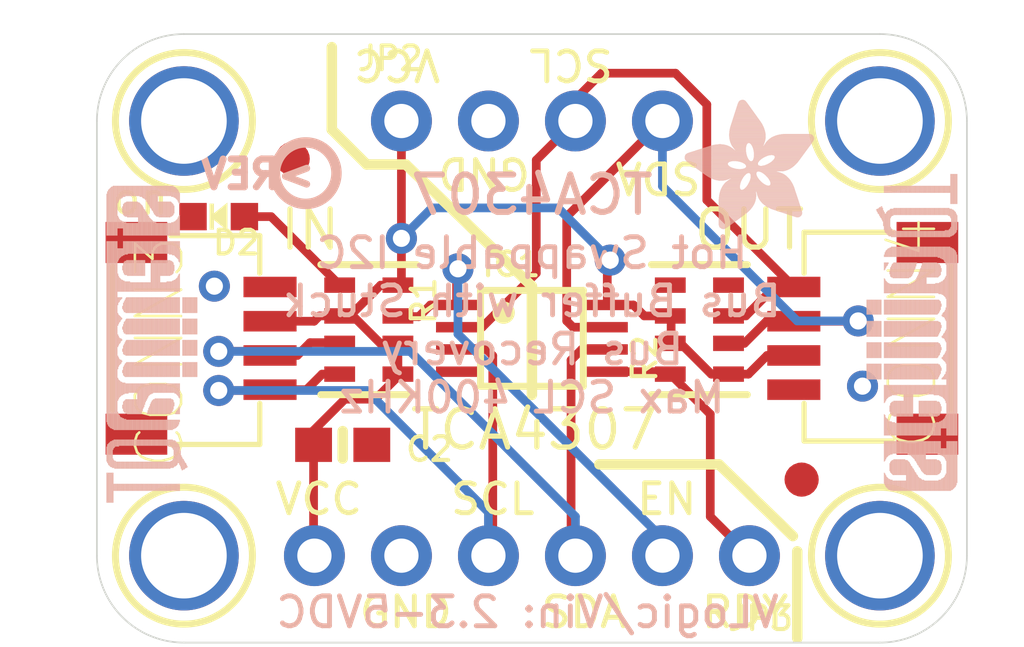
<source format=kicad_pcb>
(kicad_pcb (version 20211014) (generator pcbnew)
  (layers (0 "F.Cu" signal) (31 "B.Cu" signal) (34 "B.Paste" user) (35 "F.Paste" user) (36 "B.SilkS" user "B.Silkscreen") (37 "F.SilkS" user "F.Silkscreen") (38 "B.Mask" user) (39 "F.Mask" user) (44 "Edge.Cuts" user))
  (net 0 "")
  (net 1 "N$1")
  (net 2 "VCC")
  (net 3 "GND")
  (net 4 "SDA_IN")
  (net 5 "SCL_IN")
  (net 6 "SDA_OUT")
  (net 7 "SCL_OUT")
  (net 8 "READY")
  (net 9 "EN")
  (footprint "boardEagle:1X06_ROUND_70" (layer "F.Cu") (at 148.5011 111.3536 180)
    (fp_text reference "JP3" (at -7.6962 -1.8288) (layer "F.SilkS") (effects (font (size 0.692831 0.692831) (thickness 0.119969)) (justify right)))
    (fp_text value "")
    (pad "1" thru_hole circle (at -6.35 0 270) (size 1.778 1.778) (drill 1) (layers *.Cu *.Mask) (net 8 "READY"))
    (pad "2" thru_hole circle (at -3.81 0 270) (size 1.778 1.778) (drill 1) (layers *.Cu *.Mask) (net 9 "EN"))
    (pad "3" thru_hole circle (at -1.27 0 270) (size 1.778 1.778) (drill 1) (layers *.Cu *.Mask) (net 4 "SDA_IN"))
    (pad "4" thru_hole circle (at 1.27 0 270) (size 1.778 1.778) (drill 1) (layers *.Cu *.Mask) (net 5 "SCL_IN"))
    (pad "5" thru_hole circle (at 3.81 0 270) (size 1.778 1.778) (drill 1) (layers *.Cu *.Mask) (net 3 "GND"))
    (pad "6" thru_hole circle (at 6.35 0 270) (size 1.778 1.778) (drill 1) (layers *.Cu *.Mask) (net 2 "VCC"))
  )
  (footprint "boardEagle:0603-NO" (layer "F.Cu") (at 142.9766 108.1151)
    (fp_text reference "C2" (at 1.778 0.127) (layer "F.SilkS") (effects (font (size 0.692831 0.692831) (thickness 0.119969)) (justify left)))
    (fp_text value "0.1uF")
    (pad "1" smd rect (at -0.85 0) (size 1.075 1) (layers "F.Cu" "F.Paste" "F.Mask") (net 2 "VCC"))
    (pad "2" smd rect (at 0.85 0) (size 1.075 1) (layers "F.Cu" "F.Paste" "F.Mask") (net 3 "GND"))
  )
  (footprint "boardEagle:MOUNTINGHOLE_2.5_PLATED" (layer "F.Cu") (at 158.6611 98.6536)
    (fp_text reference "U$17" hide)
    (fp_text value "MOUNTINGHOLE2.5" hide)
    (pad "P$1" thru_hole circle (at 0 0) (size 3.2 3.2) (drill 2.5) (layers *.Cu *.Mask))
  )
  (footprint "boardEagle:JST_SH4" (layer "F.Cu") (at 158.6611 105.0036 90)
    (fp_text reference "CONN4" (at -3.33 0.958 90) (layer "F.SilkS") (effects (font (size 1.347622 1.347622) (thickness 0.074778)) (justify left)))
    (fp_text value "STEMMA_I2C_QT" hide)
    (pad "1" smd rect (at -1.5 -2.514 180) (size 1.55 0.6) (layers "F.Cu" "F.Paste" "F.Mask") (net 3 "GND"))
    (pad "2" smd rect (at -0.5 -2.514 180) (size 1.55 0.6) (layers "F.Cu" "F.Paste" "F.Mask") (net 2 "VCC"))
    (pad "3" smd rect (at 0.5 -2.514 180) (size 1.55 0.6) (layers "F.Cu" "F.Paste" "F.Mask") (net 6 "SDA_OUT"))
    (pad "4" smd rect (at 1.5 -2.514 180) (size 1.55 0.6) (layers "F.Cu" "F.Paste" "F.Mask") (net 7 "SCL_OUT"))
    (pad "MT1" smd rect (at -2.8 1.386 180) (size 1.8 1.2) (layers "F.Cu" "F.Paste" "F.Mask"))
    (pad "MT2" smd rect (at 2.8 1.386 180) (size 1.8 1.2) (layers "F.Cu" "F.Paste" "F.Mask"))
  )
  (footprint "boardEagle:MOUNTINGHOLE_2.5_PLATED" (layer "F.Cu") (at 138.3411 111.3536)
    (fp_text reference "U$19" hide)
    (fp_text value "MOUNTINGHOLE2.5" hide)
    (pad "P$1" thru_hole circle (at 0 0) (size 3.2 3.2) (drill 2.5) (layers *.Cu *.Mask))
  )
  (footprint "boardEagle:MOUNTINGHOLE_2.5_PLATED" (layer "F.Cu") (at 138.3411 98.6536)
    (fp_text reference "U$1" hide)
    (fp_text value "MOUNTINGHOLE2.5" hide)
    (pad "P$1" thru_hole circle (at 0 0) (size 3.2 3.2) (drill 2.5) (layers *.Cu *.Mask))
  )
  (footprint "boardEagle:FIDUCIAL_1MM" (layer "F.Cu") (at 156.3751 109.1311)
    (fp_text reference "FID3" hide)
    (fp_text value "FIDUCIAL_1MM" hide)
    (pad "1" smd roundrect (at 0 0) (size 1 1) (layers "F.Cu" "F.Mask") (roundrect_rratio 0.5))
  )
  (footprint "boardEagle:JST_SH4" (layer "F.Cu") (at 138.3411 105.0036 -90)
    (fp_text reference "CONN3" (at -3.076 0.704 90) (layer "F.SilkS") (effects (font (size 1.347622 1.347622) (thickness 0.074778)) (justify right)))
    (fp_text value "STEMMA_I2C_QT" hide)
    (pad "1" smd rect (at -1.5 -2.514) (size 1.55 0.6) (layers "F.Cu" "F.Paste" "F.Mask") (net 3 "GND"))
    (pad "2" smd rect (at -0.5 -2.514) (size 1.55 0.6) (layers "F.Cu" "F.Paste" "F.Mask") (net 2 "VCC"))
    (pad "3" smd rect (at 0.5 -2.514) (size 1.55 0.6) (layers "F.Cu" "F.Paste" "F.Mask") (net 4 "SDA_IN"))
    (pad "4" smd rect (at 1.5 -2.514) (size 1.55 0.6) (layers "F.Cu" "F.Paste" "F.Mask") (net 5 "SCL_IN"))
    (pad "MT1" smd rect (at -2.8 1.386) (size 1.8 1.2) (layers "F.Cu" "F.Paste" "F.Mask"))
    (pad "MT2" smd rect (at 2.8 1.386) (size 1.8 1.2) (layers "F.Cu" "F.Paste" "F.Mask"))
  )
  (footprint "boardEagle:TSSOP8" (layer "F.Cu") (at 148.5011 105.0036)
    (fp_text reference "IC1" (at -1.524 -2.159) (layer "F.SilkS") (effects (font (size 0.692831 0.692831) (thickness 0.119969)) (justify left)))
    (fp_text value "TCA4307")
    (pad "1" smd rect (at -2.2 -0.975) (size 1.2 0.3048) (layers "F.Cu" "F.Mask") (net 9 "EN"))
    (pad "2" smd rect (at -2.2 -0.325) (size 1.2 0.3048) (layers "F.Cu" "F.Mask") (net 7 "SCL_OUT"))
    (pad "3" smd rect (at -2.2 0.325) (size 1.2 0.3048) (layers "F.Cu" "F.Mask") (net 5 "SCL_IN"))
    (pad "4" smd rect (at -2.2 0.975) (size 1.2 0.3048) (layers "F.Cu" "F.Mask") (net 3 "GND"))
    (pad "5" smd rect (at 2.2 0.975) (size 1.2 0.3048) (layers "F.Cu" "F.Mask") (net 8 "READY"))
    (pad "6" smd rect (at 2.2 0.325) (size 1.2 0.3048) (layers "F.Cu" "F.Mask") (net 4 "SDA_IN"))
    (pad "7" smd rect (at 2.2 -0.325) (size 1.2 0.3048) (layers "F.Cu" "F.Mask") (net 6 "SDA_OUT"))
    (pad "8" smd rect (at 2.2 -0.975) (size 1.2 0.3048) (layers "F.Cu" "F.Mask") (net 2 "VCC"))
  )
  (footprint "boardEagle:RESPACK_4X0603" (layer "F.Cu") (at 143.7386 104.7496 -90)
    (fp_text reference "R1" (at -1.6 -1.6 90) (layer "F.SilkS") (effects (font (size 0.692831 0.692831) (thickness 0.119969)) (justify right)))
    (fp_text value "10K")
    (pad "1" smd rect (at -1.3 0.85 270) (size 0.45 0.9) (layers "F.Cu" "F.Paste" "F.Mask") (net 1 "N$1"))
    (pad "2" smd rect (at -0.4 0.85 270) (size 0.45 0.9) (layers "F.Cu" "F.Paste" "F.Mask") (net 2 "VCC"))
    (pad "3" smd rect (at 0.4 0.85 270) (size 0.45 0.9) (layers "F.Cu" "F.Paste" "F.Mask") (net 4 "SDA_IN"))
    (pad "4" smd rect (at 1.3 0.85 270) (size 0.45 0.9) (layers "F.Cu" "F.Paste" "F.Mask") (net 5 "SCL_IN"))
    (pad "5" smd rect (at 1.3 -0.85 270) (size 0.45 0.9) (layers "F.Cu" "F.Paste" "F.Mask") (net 2 "VCC"))
    (pad "6" smd rect (at 0.4 -0.85 270) (size 0.45 0.9) (layers "F.Cu" "F.Paste" "F.Mask") (net 2 "VCC"))
    (pad "7" smd rect (at -0.4 -0.85 270) (size 0.45 0.9) (layers "F.Cu" "F.Paste" "F.Mask") (net 9 "EN"))
    (pad "8" smd rect (at -1.3 -0.85 270) (size 0.45 0.9) (layers "F.Cu" "F.Paste" "F.Mask") (net 2 "VCC"))
  )
  (footprint "boardEagle:FIDUCIAL_1MM" (layer "F.Cu") (at 141.5161 99.7585)
    (fp_text reference "FID4" hide)
    (fp_text value "FIDUCIAL_1MM" hide)
    (pad "1" smd roundrect (at 0 0) (size 1 1) (layers "F.Cu" "F.Mask") (roundrect_rratio 0.5))
  )
  (footprint "boardEagle:CHIPLED_0603_NOOUTLINE" (layer "F.Cu") (at 139.3571 101.4476 90)
    (fp_text reference "D2" (at -0.762 1.27) (layer "F.SilkS") (effects (font (size 0.692831 0.692831) (thickness 0.119969)) (justify right)))
    (fp_text value "GREEN")
    (pad "A" smd rect (at 0 0.75 90) (size 0.8 0.8) (layers "F.Cu" "F.Paste" "F.Mask") (net 1 "N$1"))
    (pad "C" smd rect (at 0 -0.75 90) (size 0.8 0.8) (layers "F.Cu" "F.Paste" "F.Mask") (net 3 "GND"))
  )
  (footprint "boardEagle:RESPACK_4X0603" (layer "F.Cu") (at 153.3906 104.7496 90)
    (fp_text reference "R2" (at -1.6 -1.6 90) (layer "F.SilkS") (effects (font (size 0.692831 0.692831) (thickness 0.119969)) (justify left)))
    (fp_text value "10K")
    (pad "1" smd rect (at -1.3 0.85 90) (size 0.45 0.9) (layers "F.Cu" "F.Paste" "F.Mask") (net 2 "VCC"))
    (pad "2" smd rect (at -0.4 0.85 90) (size 0.45 0.9) (layers "F.Cu" "F.Paste" "F.Mask") (net 6 "SDA_OUT"))
    (pad "3" smd rect (at 0.4 0.85 90) (size 0.45 0.9) (layers "F.Cu" "F.Paste" "F.Mask") (net 7 "SCL_OUT"))
    (pad "4" smd rect (at 1.3 0.85 90) (size 0.45 0.9) (layers "F.Cu" "F.Paste" "F.Mask"))
    (pad "5" smd rect (at 1.3 -0.85 90) (size 0.45 0.9) (layers "F.Cu" "F.Paste" "F.Mask"))
    (pad "6" smd rect (at 0.4 -0.85 90) (size 0.45 0.9) (layers "F.Cu" "F.Paste" "F.Mask") (net 2 "VCC"))
    (pad "7" smd rect (at -0.4 -0.85 90) (size 0.45 0.9) (layers "F.Cu" "F.Paste" "F.Mask") (net 2 "VCC"))
    (pad "8" smd rect (at -1.3 -0.85 90) (size 0.45 0.9) (layers "F.Cu" "F.Paste" "F.Mask") (net 8 "READY"))
  )
  (footprint "boardEagle:1X04_ROUND" (layer "F.Cu") (at 148.5011 98.6536)
    (fp_text reference "JP2" (at -5.1562 -1.8288) (layer "F.SilkS") (effects (font (size 0.692831 0.692831) (thickness 0.119969)) (justify left)))
    (fp_text value "")
    (pad "1" thru_hole circle (at -3.81 0 90) (size 1.778 1.778) (drill 1) (layers *.Cu *.Mask) (net 2 "VCC"))
    (pad "2" thru_hole circle (at -1.27 0 90) (size 1.778 1.778) (drill 1) (layers *.Cu *.Mask) (net 3 "GND"))
    (pad "3" thru_hole circle (at 1.27 0 90) (size 1.778 1.778) (drill 1) (layers *.Cu *.Mask) (net 7 "SCL_OUT"))
    (pad "4" thru_hole circle (at 3.81 0 90) (size 1.778 1.778) (drill 1) (layers *.Cu *.Mask) (net 6 "SDA_OUT"))
  )
  (footprint "boardEagle:MOUNTINGHOLE_2.5_PLATED" (layer "F.Cu") (at 158.6611 111.3536)
    (fp_text reference "U$21" hide)
    (fp_text value "MOUNTINGHOLE2.5" hide)
    (pad "P$1" thru_hole circle (at 0 0) (size 3.2 3.2) (drill 2.5) (layers *.Cu *.Mask))
  )
  (footprint "boardEagle:STEMMAQT" (layer "B.Cu") (at 158.2801 109.4486 90)
    (fp_text reference "U$30" hide)
    (fp_text value "" hide)
  )
  (footprint "boardEagle:STEMMAQT" (layer "B.Cu") (at 138.7221 100.5586 -90)
    (fp_text reference "U$31" hide)
    (fp_text value "" hide)
  )
  (footprint "boardEagle:ADAFRUIT_3.5MM" (layer "B.Cu") (at 156.7561 101.8286 180)
    (fp_text reference "U$2" hide)
    (fp_text value "" hide)
  )
  (footprint "boardEagle:PCBFEAT-REV-040" (layer "B.Cu") (at 141.8971 100.1776 180)
    (fp_text reference "U$25" hide)
    (fp_text value "" hide)
    (fp_text user ">REV" (at -0.3556 -0.508) (layer "B.SilkS") (effects (font (size 0.8128 0.8128) (thickness 0.2032)) (justify left bottom mirror)))
  )
  (gr_line (start 142.6591 98.9076) (end 143.6751 99.9236) (layer "F.SilkS") (width 0.3048))
  (gr_line (start 142.6591 96.4946) (end 142.6591 98.9076) (layer "F.SilkS") (width 0.3048))
  (gr_line (start 150.4696 108.6866) (end 153.9621 108.6866) (layer "F.SilkS") (width 0.3048))
  (gr_line (start 153.9621 108.6866) (end 156.1211 110.7821) (layer "F.SilkS") (width 0.3048))
  (gr_line (start 143.6751 99.9236) (end 144.8181 99.9236) (layer "F.SilkS") (width 0.3048))
  (gr_line (start 148.5011 103.4796) (end 148.5011 106.6546) (layer "F.SilkS") (width 0.3048))
  (gr_line (start 156.2481 111.2266) (end 156.2481 113.7666) (layer "F.SilkS") (width 0.3048))
  (gr_line (start 144.8181 99.9236) (end 148.5011 103.4796) (layer "F.SilkS") (width 0.3048))
  (gr_line (start 138.3411 113.8936) (end 158.6611 113.8936) (layer "Edge.Cuts") (width 0.05))
  (gr_arc (start 158.6611 96.1136) (mid 160.457151 96.857549) (end 161.2011 98.6536) (layer "Edge.Cuts") (width 0.05))
  (gr_arc (start 161.2011 111.3536) (mid 160.457151 113.149651) (end 158.6611 113.8936) (layer "Edge.Cuts") (width 0.05))
  (gr_line (start 135.8011 98.6536) (end 135.8011 111.3536) (layer "Edge.Cuts") (width 0.05))
  (gr_arc (start 138.3411 113.8936) (mid 136.545049 113.149651) (end 135.8011 111.3536) (layer "Edge.Cuts") (width 0.05))
  (gr_arc (start 135.8011 98.6536) (mid 136.545049 96.857549) (end 138.3411 96.1136) (layer "Edge.Cuts") (width 0.05))
  (gr_line (start 161.2011 111.3536) (end 161.2011 98.6536) (layer "Edge.Cuts") (width 0.05))
  (gr_line (start 158.6611 96.1136) (end 138.3411 96.1136) (layer "Edge.Cuts") (width 0.05))
  (gr_text "TCA4307" (at 148.5011 100.8126) (layer "B.SilkS") (effects (font (size 1.0922 1.0922) (thickness 0.1778)) (justify mirror)))
  (gr_text "VLogic/Vin: 2.3-5VDC" (at 148.3741 113.0046) (layer "B.SilkS") (effects (font (size 0.87376 0.87376) (thickness 0.14224)) (justify mirror)))
  (gr_text "Hot Swappable I2C\nBus Buffer with Stuck\nBus Recovery\nMax SCL 400KHz" (at 148.5011 104.6226) (layer "B.SilkS") (effects (font (size 0.87376 0.87376) (thickness 0.14224)) (justify mirror)))
  (gr_text "SCL" (at 147.3581 109.7026) (layer "F.SilkS") (effects (font (size 0.87376 0.87376) (thickness 0.14224))))
  (gr_text "on" (at 136.1821 101.4476) (layer "F.SilkS") (effects (font (size 0.89408 0.89408) (thickness 0.12192)) (justify left bottom)))
  (gr_text "IN" (at 142.0241 101.8286) (layer "F.SilkS") (effects (font (size 1.1176 1.1176) (thickness 0.1524))))
  (gr_text "EN" (at 152.4381 109.7026) (layer "F.SilkS") (effects (font (size 0.87376 0.87376) (thickness 0.14224))))
  (gr_text "TCA4307" (at 148.5646 107.6706) (layer "F.SilkS") (effects (font (size 1.1176 1.1176) (thickness 0.1524))))
  (gr_text "GND" (at 144.8181 113.0046) (layer "F.SilkS") (effects (font (size 0.87376 0.87376) (thickness 0.14224))))
  (gr_text "SDA" (at 152.1841 100.3046 180) (layer "F.SilkS") (effects (font (size 0.87376 0.87376) (thickness 0.14224))))
  (gr_text "RDY" (at 154.7241 113.0046) (layer "F.SilkS") (effects (font (size 0.87376 0.87376) (thickness 0.14224))))
  (gr_text "SCL" (at 149.6441 97.0026 180) (layer "F.SilkS") (effects (font (size 0.87376 0.87376) (thickness 0.14224))))
  (gr_text "SDA" (at 150.0251 113.0046) (layer "F.SilkS") (effects (font (size 0.87376 0.87376) (thickness 0.14224))))
  (gr_text "VCC" (at 144.5641 97.0026 180) (layer "F.SilkS") (effects (font (size 0.87376 0.87376) (thickness 0.14224))))
  (gr_text "VCC" (at 142.2781 109.7026) (layer "F.SilkS") (effects (font (size 0.87376 0.87376) (thickness 0.14224))))
  (gr_text "OUT" (at 154.8511 101.8286) (layer "F.SilkS") (effects (font (size 1.1176 1.1176) (thickness 0.1524))))
  (gr_text "GND" (at 147.1041 100.1776 180) (layer "F.SilkS") (effects (font (size 0.87376 0.87376) (thickness 0.14224))))
  (segment (start 140.8866 101.4476) (end 142.8886 103.4496) (width 0.254) (layer "F.Cu") (net 1))
  (segment (start 140.1071 101.4476) (end 140.8866 101.4476) (width 0.254) (layer "F.Cu") (net 1))
  (segment (start 153.7381 106.0496) (end 154.2406 106.0496) (width 0.254) (layer "F.Cu") (net 2))
  (segment (start 140.8551 104.5036) (end 142.1431 104.5036) (width 0.254) (layer "F.Cu") (net 2))
  (segment (start 144.0751 105.1496) (end 144.5886 105.1496) (width 0.254) (layer "F.Cu") (net 2))
  (segment (start 142.1266 107.6951) (end 143.0401 106.7816) (width 0.254) (layer "F.Cu") (net 2))
  (segment (start 143.2751 104.3496) (end 144.0751 105.1496) (width 0.254) (layer "F.Cu") (net 2))
  (segment (start 142.1266 108.1151) (end 142.1266 107.6951) (width 0.254) (layer "F.Cu") (net 2))
  (segment (start 143.0401 106.7816) (end 143.9291 106.7816) (width 0.254) (layer "F.Cu") (net 2))
  (segment (start 143.9291 106.7816) (end 144.5886 106.1221) (width 0.254) (layer "F.Cu") (net 2))
  (segment (start 144.5886 103.4496) (end 144.0861 103.4496) (width 0.254) (layer "F.Cu") (net 2))
  (segment (start 144.0861 103.4496) (end 143.1861 104.3496) (width 0.254) (layer "F.Cu") (net 2))
  (segment (start 142.1431 104.5036) (end 142.2971 104.3496) (width 0.254) (layer "F.Cu") (net 2))
  (segment (start 143.1861 104.3496) (end 142.8886 104.3496) (width 0.254) (layer "F.Cu") (net 2))
  (segment (start 155.3671 105.5036) (end 156.1471 105.5036) (width 0.254) (layer "F.Cu") (net 2))
  (segment (start 144.5886 106.1221) (end 144.5886 106.0496) (width 0.254) (layer "F.Cu") (net 2))
  (segment (start 142.1266 108.1151) (end 142.1266 111.3291) (width 0.254) (layer "F.Cu") (net 2))
  (segment (start 144.5886 105.1496) (end 144.5886 106.0496) (width 0.254) (layer "F.Cu") (net 2))
  (segment (start 144.6911 103.3471) (end 144.5886 103.4496) (width 0.254) (layer "F.Cu") (net 2))
  (segment (start 144.6911 98.6536) (end 144.6911 102.0826) (width 0.254) (layer "F.Cu") (net 2))
  (segment (start 151.4631 104.0286) (end 151.7841 104.3496) (width 0.254) (layer "F.Cu") (net 2))
  (segment (start 150.7011 104.0286) (end 150.7011 102.8036) (width 0.254) (layer "F.Cu") (net 2))
  (segment (start 154.8211 106.0496) (end 155.3671 105.5036) (width 0.254) (layer "F.Cu") (net 2))
  (segment (start 152.5651 104.3741) (end 152.5651 105.1496) (width 0.254) (layer "F.Cu") (net 2))
  (segment (start 152.5406 104.3496) (end 152.5651 104.3741) (width 0.254) (layer "F.Cu") (net 2))
  (segment (start 150.7011 102.8036) (end 150.7871 102.7176) (width 0.254) (layer "F.Cu") (net 2))
  (segment (start 142.8886 104.3496) (end 143.2751 104.3496) (width 0.254) (layer "F.Cu") (net 2))
  (segment (start 152.5651 105.1496) (end 152.8381 105.1496) (width 0.254) (layer "F.Cu") (net 2))
  (segment (start 152.5406 105.1496) (end 152.5651 105.1496) (width 0.254) (layer "F.Cu") (net 2))
  (segment (start 142.1266 111.3291) (end 142.1511 111.3536) (width 0.254) (layer "F.Cu") (net 2))
  (segment (start 150.7011 104.0286) (end 151.4631 104.0286) (width 0.254) (layer "F.Cu") (net 2))
  (segment (start 152.8381 105.1496) (end 153.7381 106.0496) (width 0.254) (layer "F.Cu") (net 2))
  (segment (start 151.7841 104.3496) (end 152.5406 104.3496) (width 0.254) (layer "F.Cu") (net 2))
  (segment (start 142.2971 104.3496) (end 142.8886 104.3496) (width 0.254) (layer "F.Cu") (net 2))
  (segment (start 154.2406 106.0496) (end 154.8211 106.0496) (width 0.254) (layer "F.Cu") (net 2))
  (segment (start 144.6911 102.0826) (end 144.6911 103.3471) (width 0.254) (layer "F.Cu") (net 2))
  (via (at 150.7871 102.7176) (size 0.9064) (drill 0.5) (layers "F.Cu" "B.Cu") (net 2))
  (via (at 144.6911 102.0826) (size 0.9064) (drill 0.5) (layers "F.Cu" "B.Cu") (net 2))
  (segment (start 150.7871 102.7176) (end 149.2631 101.1936) (width 0.254) (layer "B.Cu") (net 2))
  (segment (start 145.5801 101.1936) (end 144.6911 102.0826) (width 0.254) (layer "B.Cu") (net 2))
  (segment (start 149.2631 101.1936) (end 145.5801 101.1936) (width 0.254) (layer "B.Cu") (net 2))
  (via (at 158.1531 106.4006) (size 0.9064) (drill 0.5) (layers "F.Cu" "B.Cu") (net 3))
  (via (at 139.2301 103.4796) (size 0.9064) (drill 0.5) (layers "F.Cu" "B.Cu") (net 3))
  (segment (start 142.8696 105.1306) (end 142.8886 105.1496) (width 0.254) (layer "F.Cu") (net 4))
  (segment (start 142.0241 105.1306) (end 142.8696 105.1306) (width 0.254) (layer "F.Cu") (net 4))
  (segment (start 150.7011 105.3286) (end 149.9541 105.3286) (width 0.254) (layer "F.Cu") (net 4))
  (segment (start 149.6441 105.6386) (end 149.6441 111.2266) (width 0.254) (layer "F.Cu") (net 4))
  (segment (start 140.8551 105.5036) (end 141.6511 105.5036) (width 0.254) (layer "F.Cu") (net 4))
  (segment (start 141.6511 105.5036) (end 142.0241 105.1306) (width 0.254) (layer "F.Cu") (net 4))
  (segment (start 140.7361 105.3846) (end 139.3571 105.3846) (width 0.254) (layer "F.Cu") (net 4))
  (segment (start 149.6441 111.2266) (end 149.7711 111.3536) (width 0.254) (layer "F.Cu") (net 4))
  (segment (start 149.9541 105.3286) (end 149.6441 105.6386) (width 0.254) (layer "F.Cu") (net 4))
  (segment (start 140.8551 105.5036) (end 140.7361 105.3846) (width 0.254) (layer "F.Cu") (net 4))
  (via (at 139.3571 105.3846) (size 0.9064) (drill 0.5) (layers "F.Cu" "B.Cu") (net 4))
  (segment (start 149.7711 110.2106) (end 149.7711 111.3536) (width 0.254) (layer "B.Cu") (net 4))
  (segment (start 144.9451 105.3846) (end 149.7711 110.2106) (width 0.254) (layer "B.Cu") (net 4))
  (segment (start 139.3571 105.3846) (end 144.9451 105.3846) (width 0.254) (layer "B.Cu") (net 4))
  (segment (start 147.3581 111.2266) (end 147.2311 111.3536) (width 0.254) (layer "F.Cu") (net 5))
  (segment (start 140.8551 106.5036) (end 140.8311 106.5276) (width 0.254) (layer "F.Cu") (net 5))
  (segment (start 146.3011 105.3286) (end 147.1751 105.3286) (width 0.254) (layer "F.Cu") (net 5))
  (segment (start 147.3581 105.5116) (end 147.3581 111.2266) (width 0.254) (layer "F.Cu") (net 5))
  (segment (start 140.8551 106.5036) (end 141.9211 106.5036) (width 0.254) (layer "F.Cu") (net 5))
  (segment (start 141.9211 106.5036) (end 142.3751 106.0496) (width 0.254) (layer "F.Cu") (net 5))
  (segment (start 142.3751 106.0496) (end 142.8886 106.0496) (width 0.254) (layer "F.Cu") (net 5))
  (segment (start 147.1751 105.3286) (end 147.3581 105.5116) (width 0.254) (layer "F.Cu") (net 5))
  (segment (start 140.8311 106.5276) (end 139.3571 106.5276) (width 0.254) (layer "F.Cu") (net 5))
  (via (at 139.3571 106.5276) (size 0.9064) (drill 0.5) (layers "F.Cu" "B.Cu") (net 5))
  (segment (start 139.3571 106.5276) (end 143.6751 106.5276) (width 0.254) (layer "B.Cu") (net 5))
  (segment (start 147.2311 110.0836) (end 147.2311 111.3536) (width 0.254) (layer "B.Cu") (net 5))
  (segment (start 143.6751 106.5276) (end 147.2311 110.0836) (width 0.254) (layer "B.Cu") (net 5))
  (segment (start 149.7001 104.6786) (end 149.5171 104.4956) (width 0.254) (layer "F.Cu") (net 6))
  (segment (start 156.1471 104.5036) (end 158.0181 104.5036) (width 0.254) (layer "F.Cu") (net 6))
  (segment (start 155.3591 104.4956) (end 156.1391 104.4956) (width 0.254) (layer "F.Cu") (net 6))
  (segment (start 149.5171 104.4956) (end 149.5171 101.4476) (width 0.254) (layer "F.Cu") (net 6))
  (segment (start 156.1391 104.4956) (end 156.1471 104.5036) (width 0.254) (layer "F.Cu") (net 6))
  (segment (start 154.7051 105.1496) (end 155.3591 104.4956) (width 0.254) (layer "F.Cu") (net 6))
  (segment (start 150.7011 104.6786) (end 149.7001 104.6786) (width 0.254) (layer "F.Cu") (net 6))
  (segment (start 149.5171 101.4476) (end 152.3111 98.6536) (width 0.254) (layer "F.Cu") (net 6))
  (segment (start 158.0181 104.5036) (end 158.0261 104.4956) (width 0.254) (layer "F.Cu") (net 6))
  (segment (start 154.2406 105.1496) (end 154.7051 105.1496) (width 0.254) (layer "F.Cu") (net 6))
  (via (at 158.0261 104.4956) (size 0.9064) (drill 0.5) (layers "F.Cu" "B.Cu") (net 6))
  (segment (start 158.0261 104.4956) (end 156.2481 104.4956) (width 0.254) (layer "B.Cu") (net 6))
  (segment (start 152.3111 100.5586) (end 152.3111 98.6536) (width 0.254) (layer "B.Cu") (net 6))
  (segment (start 156.2481 104.4956) (end 152.3111 100.5586) (width 0.254) (layer "B.Cu") (net 6))
  (segment (start 148.6281 99.7966) (end 149.7711 98.6536) (width 0.254) (layer "F.Cu") (net 7))
  (segment (start 154.7431 104.3496) (end 155.5891 103.5036) (width 0.254) (layer "F.Cu") (net 7))
  (segment (start 148.6281 103.0986) (end 148.6281 99.7966) (width 0.254) (layer "F.Cu") (net 7))
  (segment (start 156.1471 103.5036) (end 153.6071 100.9636) (width 0.254) (layer "F.Cu") (net 7))
  (segment (start 150.5331 97.2566) (end 149.7711 98.0186) (width 0.254) (layer "F.Cu") (net 7))
  (segment (start 155.5891 103.5036) (end 156.1471 103.5036) (width 0.254) (layer "F.Cu") (net 7))
  (segment (start 146.3011 104.6786) (end 147.0481 104.6786) (width 0.254) (layer "F.Cu") (net 7))
  (segment (start 147.0481 104.6786) (end 148.6281 103.0986) (width 0.254) (layer "F.Cu") (net 7))
  (segment (start 149.7711 98.0186) (end 149.7711 98.6536) (width 0.254) (layer "F.Cu") (net 7))
  (segment (start 152.6921 97.2566) (end 150.5331 97.2566) (width 0.254) (layer "F.Cu") (net 7))
  (segment (start 153.6071 98.1716) (end 153.6071 100.9636) (width 0.254) (layer "F.Cu") (net 7))
  (segment (start 153.6071 98.1716) (end 152.6921 97.2566) (width 0.254) (layer "F.Cu") (net 7))
  (segment (start 154.2406 104.3496) (end 154.7431 104.3496) (width 0.254) (layer "F.Cu") (net 7))
  (segment (start 153.7081 110.2106) (end 154.8511 111.3536) (width 0.254) (layer "F.Cu") (net 8))
  (segment (start 152.5406 106.0496) (end 153.7081 107.2171) (width 0.254) (layer "F.Cu") (net 8))
  (segment (start 150.7011 105.9786) (end 152.4696 105.9786) (width 0.254) (layer "F.Cu") (net 8))
  (segment (start 152.4696 105.9786) (end 152.5406 106.0496) (width 0.254) (layer "F.Cu") (net 8))
  (segment (start 153.7081 107.2171) (end 153.7081 110.2106) (width 0.254) (layer "F.Cu") (net 8))
  (segment (start 146.3011 104.0286) (end 145.5391 104.0286) (width 0.254) (layer "F.Cu") (net 9))
  (segment (start 146.3011 103.0126) (end 146.3421 102.9716) (width 0.254) (layer "F.Cu") (net 9))
  (segment (start 145.1991 104.3686) (end 144.6076 104.3686) (width 0.254) (layer "F.Cu") (net 9))
  (segment (start 146.3011 104.0286) (end 146.3011 103.0126) (width 0.254) (layer "F.Cu") (net 9))
  (segment (start 144.6076 104.3686) (end 144.5886 104.3496) (width 0.254) (layer "F.Cu") (net 9))
  (segment (start 145.5391 104.0286) (end 145.1991 104.3686) (width 0.254) (layer "F.Cu") (net 9))
  (via (at 146.3421 102.9716) (size 0.9064) (drill 0.5) (layers "F.Cu" "B.Cu") (net 9))
  (segment (start 146.3421 102.9716) (end 146.3421 104.8766) (width 0.254) (layer "B.Cu") (net 9))
  (segment (start 152.3111 110.8456) (end 146.3421 104.8766) (width 0.254) (layer "B.Cu") (net 9))
  (segment (start 152.3111 110.8456) (end 152.3111 111.3536) (width 0.254) (layer "B.Cu") (net 9))
)
</source>
